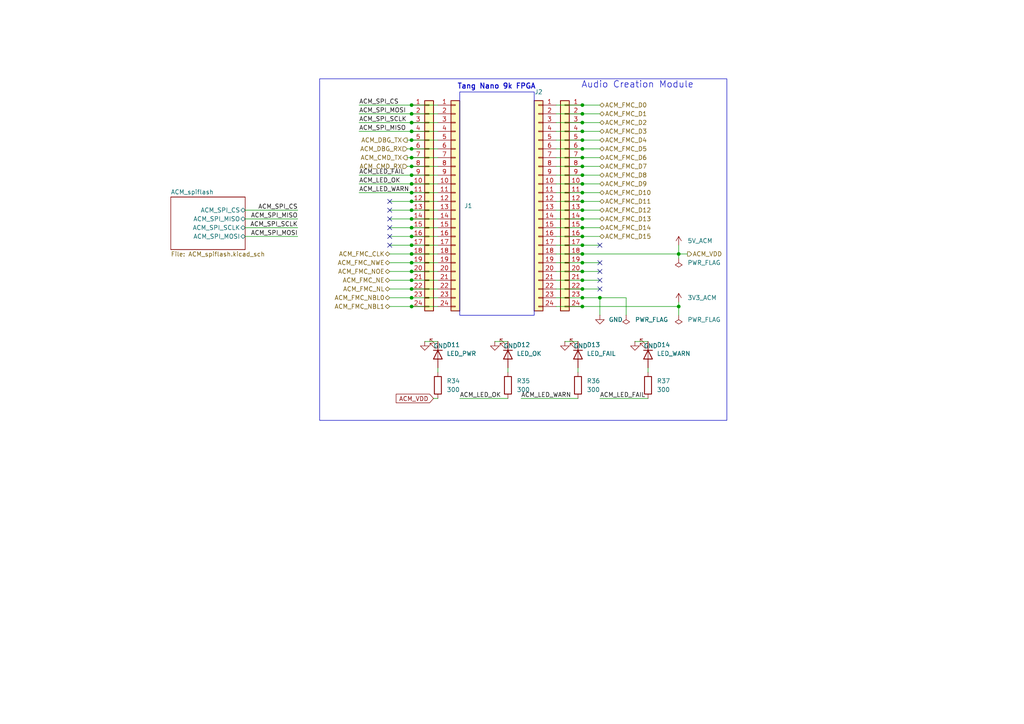
<source format=kicad_sch>
(kicad_sch (version 20250114) (generator "eeschema") (generator_version "9.0")
  (paper "A4")
  (title_block (date "2025-07-21") (rev "2"))
  (lib_symbols
    (symbol "Connector_Generic:Conn_01x24" (pin_names (offset 1.016) (hide yes))
      (property "Reference" "J" (at 0 30.48 0))
      (property "Value" "Conn_01x24" (at 0 -33.02 0))
      (symbol "Conn_01x24_1_1"
        (rectangle (start -1.27 29.21) (end 1.27 -31.75) (stroke (width 0.254)) (fill (type background)))
        (rectangle (start -1.27 28.067) (end 0 27.813) (stroke (width 0.1524)))
        (rectangle (start -1.27 25.527) (end 0 25.273) (stroke (width 0.1524)))
        (rectangle (start -1.27 22.987) (end 0 22.733) (stroke (width 0.1524)))
        (rectangle (start -1.27 20.447) (end 0 20.193) (stroke (width 0.1524)))
        (rectangle (start -1.27 17.907) (end 0 17.653) (stroke (width 0.1524)))
        (rectangle (start -1.27 15.367) (end 0 15.113) (stroke (width 0.1524)))
        (rectangle (start -1.27 12.827) (end 0 12.573) (stroke (width 0.1524)))
        (rectangle (start -1.27 10.287) (end 0 10.033) (stroke (width 0.1524)))
        (rectangle (start -1.27 7.747) (end 0 7.493) (stroke (width 0.1524)))
        (rectangle (start -1.27 5.207) (end 0 4.953) (stroke (width 0.1524)))
        (rectangle (start -1.27 2.667) (end 0 2.413) (stroke (width 0.1524)))
        (rectangle (start -1.27 0.127) (end 0 -0.127) (stroke (width 0.1524)))
        (rectangle (start -1.27 -2.413) (end 0 -2.667) (stroke (width 0.1524)))
        (rectangle (start -1.27 -4.953) (end 0 -5.207) (stroke (width 0.1524)))
        (rectangle (start -1.27 -7.493) (end 0 -7.747) (stroke (width 0.1524)))
        (rectangle (start -1.27 -10.033) (end 0 -10.287) (stroke (width 0.1524)))
        (rectangle (start -1.27 -12.573) (end 0 -12.827) (stroke (width 0.1524)))
        (rectangle (start -1.27 -15.113) (end 0 -15.367) (stroke (width 0.1524)))
        (rectangle (start -1.27 -17.653) (end 0 -17.907) (stroke (width 0.1524)))
        (rectangle (start -1.27 -20.193) (end 0 -20.447) (stroke (width 0.1524)))
        (rectangle (start -1.27 -22.733) (end 0 -22.987) (stroke (width 0.1524)))
        (rectangle (start -1.27 -25.273) (end 0 -25.527) (stroke (width 0.1524)))
        (rectangle (start -1.27 -27.813) (end 0 -28.067) (stroke (width 0.1524)))
        (rectangle (start -1.27 -30.353) (end 0 -30.607) (stroke (width 0.1524)))
        (pin passive line (at -5.08 27.94 0) (length 3.81) (name "Pin_1") (number "1"))
        (pin passive line (at -5.08 25.4 0) (length 3.81) (name "Pin_2") (number "2"))
        (pin passive line (at -5.08 22.86 0) (length 3.81) (name "Pin_3") (number "3"))
        (pin passive line (at -5.08 20.32 0) (length 3.81) (name "Pin_4") (number "4"))
        (pin passive line (at -5.08 17.78 0) (length 3.81) (name "Pin_5") (number "5"))
        (pin passive line (at -5.08 15.24 0) (length 3.81) (name "Pin_6") (number "6"))
        (pin passive line (at -5.08 12.7 0) (length 3.81) (name "Pin_7") (number "7"))
        (pin passive line (at -5.08 10.16 0) (length 3.81) (name "Pin_8") (number "8"))
        (pin passive line (at -5.08 7.62 0) (length 3.81) (name "Pin_9") (number "9"))
        (pin passive line (at -5.08 5.08 0) (length 3.81) (name "Pin_10") (number "10"))
        (pin passive line (at -5.08 2.54 0) (length 3.81) (name "Pin_11") (number "11"))
        (pin passive line (at -5.08 0 0) (length 3.81) (name "Pin_12") (number "12"))
        (pin passive line (at -5.08 -2.54 0) (length 3.81) (name "Pin_13") (number "13"))
        (pin passive line (at -5.08 -5.08 0) (length 3.81) (name "Pin_14") (number "14"))
        (pin passive line (at -5.08 -7.62 0) (length 3.81) (name "Pin_15") (number "15"))
        (pin passive line (at -5.08 -10.16 0) (length 3.81) (name "Pin_16") (number "16"))
        (pin passive line (at -5.08 -12.7 0) (length 3.81) (name "Pin_17") (number "17"))
        (pin passive line (at -5.08 -15.24 0) (length 3.81) (name "Pin_18") (number "18"))
        (pin passive line (at -5.08 -17.78 0) (length 3.81) (name "Pin_19") (number "19"))
        (pin passive line (at -5.08 -20.32 0) (length 3.81) (name "Pin_20") (number "20"))
        (pin passive line (at -5.08 -22.86 0) (length 3.81) (name "Pin_21") (number "21"))
        (pin passive line (at -5.08 -25.4 0) (length 3.81) (name "Pin_22") (number "22"))
        (pin passive line (at -5.08 -27.94 0) (length 3.81) (name "Pin_23") (number "23"))
        (pin passive line (at -5.08 -30.48 0) (length 3.81) (name "Pin_24") (number "24"))
      )
    )
    (symbol "Device:LED" (pin_numbers (hide yes)) (pin_names (offset 1.016) (hide yes))
      (property "Reference" "D" (at 0 2.54 0))
      (property "Value" "LED" (at 0 -2.54 0))
      (symbol "LED_0_1"
        (polyline (pts (xy -3.048 -0.762) (xy -4.572 -2.286) (xy -3.81 -2.286) (xy -4.572 -2.286) (xy -4.572 -1.524)))
        (polyline (pts (xy -1.778 -0.762) (xy -3.302 -2.286) (xy -2.54 -2.286) (xy -3.302 -2.286) (xy -3.302 -1.524)))
        (polyline (pts (xy -1.27 0) (xy 1.27 0)))
        (polyline (pts (xy -1.27 -1.27) (xy -1.27 1.27)) (stroke (width 0.254)))
        (polyline (pts (xy 1.27 -1.27) (xy 1.27 1.27) (xy -1.27 0) (xy 1.27 -1.27)) (stroke (width 0.254)))
      )
      (symbol "LED_1_1"
        (pin passive line (at -3.81 0 0) (length 2.54) (name "K") (number "1"))
        (pin passive line (at 3.81 0 180) (length 2.54) (name "A") (number "2"))
      )
    )
    (symbol "Device:R" (pin_numbers (hide yes)) (pin_names (offset 0))
      (property "Reference" "R" (at 2.032 0 90))
      (property "Value" "R" (at 0 0 90))
      (symbol "R_0_1"
        (rectangle (start -1.016 -2.54) (end 1.016 2.54) (stroke (width 0.254)))
      )
      (symbol "R_1_1"
        (pin passive line (at 0 3.81 270) (length 1.27) (name "~") (number "1"))
        (pin passive line (at 0 -3.81 90) (length 1.27) (name "~") (number "2"))
      )
    )
    (symbol "power:+3V3" (power) (pin_numbers (hide yes)) (pin_names (offset 0) (hide yes))
      (property "Value" "+3V3" (at 0 3.556 0))
      (symbol "+3V3_0_1"
        (polyline (pts (xy -0.762 1.27) (xy 0 2.54)))
        (polyline (pts (xy 0 2.54) (xy 0.762 1.27)))
        (polyline (pts (xy 0 0) (xy 0 2.54)))
      )
      (symbol "+3V3_1_1"
        (pin power_in line (at 0 0 90) (length 0) (name "~") (number "1"))
      )
    )
    (symbol "power:+5V" (power) (pin_numbers (hide yes)) (pin_names (offset 0) (hide yes))
      (property "Value" "+5V" (at 0 3.556 0))
      (symbol "+5V_0_1"
        (polyline (pts (xy -0.762 1.27) (xy 0 2.54)))
        (polyline (pts (xy 0 2.54) (xy 0.762 1.27)))
        (polyline (pts (xy 0 0) (xy 0 2.54)))
      )
      (symbol "+5V_1_1"
        (pin power_in line (at 0 0 90) (length 0) (name "~") (number "1"))
      )
    )
    (symbol "power:GND" (power) (pin_numbers (hide yes)) (pin_names (offset 0) (hide yes))
      (property "Value" "GND" (at 0 -3.81 0))
      (symbol "GND_0_1"
        (polyline (pts (xy 0 0) (xy 0 -1.27) (xy 1.27 -1.27) (xy 0 -2.54) (xy -1.27 -1.27) (xy 0 -1.27)))
      )
      (symbol "GND_1_1"
        (pin power_in line (at 0 0 270) (length 0) (name "~") (number "1"))
      )
    )
    (symbol "power:PWR_FLAG" (power) (pin_numbers (hide yes)) (pin_names (offset 0) (hide yes))
      (property "Value" "PWR_FLAG" (at 0 3.81 0))
      (symbol "PWR_FLAG_0_0"
        (pin power_out line (at 0 0 90) (length 0) (name "~") (number "1"))
      )
      (symbol "PWR_FLAG_0_1"
        (polyline (pts (xy 0 0) (xy 0 1.27) (xy -1.016 1.905) (xy 0 2.54) (xy 1.016 1.905) (xy 0 1.27)))
      )
    )
  )
  (rectangle (start 92.71 22.86) (end 210.82 121.92))
  (rectangle (start 133.35 26.67) (end 154.94 91.44))
  (text "Tang Nano 9k FPGA" (at 144.018 25.146 0) (effects (font (size 1.5 1.5) (thickness 0.254) (bold yes))))
  (text "Audio Creation Module" (at 184.912 24.638 0) (effects (font (size 1.905 1.905))))
  (junction (at 168.91 68.58))
  (junction (at 168.91 55.88))
  (junction (at 119.38 76.2))
  (junction (at 168.91 71.12))
  (junction (at 119.38 40.64))
  (junction (at 119.38 81.28))
  (junction (at 119.38 58.42))
  (junction (at 168.91 33.02))
  (junction (at 119.38 78.74))
  (junction (at 168.91 53.34))
  (junction (at 168.91 40.64))
  (junction (at 119.38 68.58))
  (junction (at 168.91 60.96))
  (junction (at 168.91 83.82))
  (junction (at 168.91 88.9))
  (junction (at 168.91 50.8))
  (junction (at 119.38 83.82))
  (junction (at 168.91 30.48))
  (junction (at 168.91 43.18))
  (junction (at 168.91 66.04))
  (junction (at 119.38 63.5))
  (junction (at 119.38 45.72))
  (junction (at 119.38 71.12))
  (junction (at 119.38 73.66))
  (junction (at 119.38 50.8))
  (junction (at 119.38 88.9))
  (junction (at 168.91 63.5))
  (junction (at 173.99 86.36))
  (junction (at 168.91 35.56))
  (junction (at 119.38 35.56))
  (junction (at 119.38 53.34))
  (junction (at 119.38 60.96))
  (junction (at 119.38 86.36))
  (junction (at 168.91 38.1))
  (junction (at 168.91 48.26))
  (junction (at 119.38 33.02))
  (junction (at 119.38 66.04))
  (junction (at 168.91 81.28))
  (junction (at 119.38 55.88))
  (junction (at 168.91 76.2))
  (junction (at 119.38 38.1))
  (junction (at 119.38 48.26))
  (junction (at 168.91 73.66))
  (junction (at 119.38 30.48))
  (junction (at 168.91 78.74))
  (junction (at 119.38 43.18))
  (junction (at 168.91 86.36))
  (junction (at 168.91 45.72))
  (junction (at 168.91 58.42))
  (junction (at 196.85 73.66))
  (junction (at 196.85 88.9))
  (no_connect (at 113.03 60.96))
  (no_connect (at 173.99 83.82))
  (no_connect (at 113.03 58.42))
  (no_connect (at 173.99 78.74))
  (no_connect (at 113.03 68.58))
  (no_connect (at 173.99 81.28))
  (no_connect (at 113.03 63.5))
  (no_connect (at 113.03 71.12))
  (no_connect (at 173.99 76.2))
  (no_connect (at 113.03 66.04))
  (no_connect (at 173.99 71.12))
  (wire (pts (xy 119.38 66.04) (xy 127 66.04)))
  (wire (pts (xy 104.14 30.48) (xy 119.38 30.48)))
  (wire (pts (xy 173.99 30.48) (xy 168.91 30.48)))
  (wire (pts (xy 173.99 45.72) (xy 168.91 45.72)))
  (wire (pts (xy 196.85 74.93) (xy 196.85 73.66)))
  (wire (pts (xy 104.14 55.88) (xy 119.38 55.88)))
  (wire (pts (xy 168.91 55.88) (xy 173.99 55.88)))
  (wire (pts (xy 161.29 48.26) (xy 168.91 48.26)))
  (wire (pts (xy 119.38 53.34) (xy 127 53.34)))
  (wire (pts (xy 161.29 58.42) (xy 168.91 58.42)))
  (wire (pts (xy 173.99 48.26) (xy 168.91 48.26)))
  (wire (pts (xy 86.36 63.5) (xy 71.12 63.5)))
  (wire (pts (xy 168.91 68.58) (xy 173.99 68.58)))
  (wire (pts (xy 113.03 83.82) (xy 119.38 83.82)))
  (wire (pts (xy 113.03 60.96) (xy 119.38 60.96)))
  (wire (pts (xy 119.38 78.74) (xy 127 78.74)))
  (wire (pts (xy 173.99 50.8) (xy 168.91 50.8)))
  (wire (pts (xy 143.51 99.06) (xy 147.32 99.06)))
  (wire (pts (xy 119.38 40.64) (xy 127 40.64)))
  (wire (pts (xy 86.36 68.58) (xy 71.12 68.58)))
  (wire (pts (xy 119.38 63.5) (xy 127 63.5)))
  (wire (pts (xy 113.03 71.12) (xy 119.38 71.12)))
  (wire (pts (xy 173.99 115.57) (xy 187.96 115.57)))
  (wire (pts (xy 113.03 86.36) (xy 119.38 86.36)))
  (wire (pts (xy 161.29 40.64) (xy 168.91 40.64)))
  (wire (pts (xy 119.38 48.26) (xy 127 48.26)))
  (wire (pts (xy 161.29 45.72) (xy 168.91 45.72)))
  (wire (pts (xy 86.36 66.04) (xy 71.12 66.04)))
  (wire (pts (xy 118.11 45.72) (xy 119.38 45.72)))
  (wire (pts (xy 118.11 40.64) (xy 119.38 40.64)))
  (wire (pts (xy 173.99 63.5) (xy 168.91 63.5)))
  (wire (pts (xy 119.38 43.18) (xy 127 43.18)))
  (wire (pts (xy 181.61 91.44) (xy 181.61 86.36)))
  (wire (pts (xy 119.38 76.2) (xy 127 76.2)))
  (wire (pts (xy 168.91 71.12) (xy 173.99 71.12)))
  (wire (pts (xy 119.38 60.96) (xy 127 60.96)))
  (wire (pts (xy 161.29 30.48) (xy 168.91 30.48)))
  (wire (pts (xy 119.38 35.56) (xy 127 35.56)))
  (wire (pts (xy 123.19 99.06) (xy 127 99.06)))
  (wire (pts (xy 161.29 38.1) (xy 168.91 38.1)))
  (wire (pts (xy 168.91 53.34) (xy 173.99 53.34)))
  (wire (pts (xy 127 106.68) (xy 127 107.95)))
  (wire (pts (xy 161.29 71.12) (xy 168.91 71.12)))
  (wire (pts (xy 119.38 38.1) (xy 127 38.1)))
  (wire (pts (xy 181.61 86.36) (xy 173.99 86.36)))
  (wire (pts (xy 104.14 35.56) (xy 119.38 35.56)))
  (wire (pts (xy 161.29 33.02) (xy 168.91 33.02)))
  (wire (pts (xy 167.64 106.68) (xy 167.64 107.95)))
  (wire (pts (xy 119.38 73.66) (xy 127 73.66)))
  (wire (pts (xy 113.03 81.28) (xy 119.38 81.28)))
  (wire (pts (xy 168.91 76.2) (xy 173.99 76.2)))
  (wire (pts (xy 104.14 38.1) (xy 119.38 38.1)))
  (wire (pts (xy 147.32 106.68) (xy 147.32 107.95)))
  (wire (pts (xy 168.91 43.18) (xy 173.99 43.18)))
  (wire (pts (xy 113.03 63.5) (xy 119.38 63.5)))
  (wire (pts (xy 173.99 33.02) (xy 168.91 33.02)))
  (wire (pts (xy 119.38 55.88) (xy 127 55.88)))
  (wire (pts (xy 119.38 88.9) (xy 127 88.9)))
  (wire (pts (xy 119.38 71.12) (xy 127 71.12)))
  (wire (pts (xy 151.13 115.57) (xy 167.64 115.57)))
  (wire (pts (xy 168.91 83.82) (xy 173.99 83.82)))
  (wire (pts (xy 161.29 78.74) (xy 168.91 78.74)))
  (wire (pts (xy 104.14 53.34) (xy 119.38 53.34)))
  (wire (pts (xy 118.11 43.18) (xy 119.38 43.18)))
  (wire (pts (xy 161.29 43.18) (xy 168.91 43.18)))
  (wire (pts (xy 161.29 83.82) (xy 168.91 83.82)))
  (wire (pts (xy 187.96 106.68) (xy 187.96 107.95)))
  (wire (pts (xy 161.29 66.04) (xy 168.91 66.04)))
  (wire (pts (xy 168.91 35.56) (xy 173.99 35.56)))
  (wire (pts (xy 119.38 68.58) (xy 127 68.58)))
  (wire (pts (xy 168.91 78.74) (xy 173.99 78.74)))
  (wire (pts (xy 161.29 53.34) (xy 168.91 53.34)))
  (wire (pts (xy 161.29 68.58) (xy 168.91 68.58)))
  (wire (pts (xy 113.03 73.66) (xy 119.38 73.66)))
  (wire (pts (xy 184.15 99.06) (xy 187.96 99.06)))
  (wire (pts (xy 104.14 33.02) (xy 119.38 33.02)))
  (wire (pts (xy 168.91 73.66) (xy 196.85 73.66)))
  (wire (pts (xy 125.73 115.57) (xy 127 115.57)))
  (wire (pts (xy 168.91 58.42) (xy 173.99 58.42)))
  (wire (pts (xy 133.35 115.57) (xy 147.32 115.57)))
  (wire (pts (xy 113.03 66.04) (xy 119.38 66.04)))
  (wire (pts (xy 119.38 83.82) (xy 127 83.82)))
  (wire (pts (xy 119.38 33.02) (xy 127 33.02)))
  (wire (pts (xy 168.91 60.96) (xy 173.99 60.96)))
  (wire (pts (xy 161.29 63.5) (xy 168.91 63.5)))
  (wire (pts (xy 173.99 66.04) (xy 168.91 66.04)))
  (wire (pts (xy 113.03 78.74) (xy 119.38 78.74)))
  (wire (pts (xy 113.03 76.2) (xy 119.38 76.2)))
  (wire (pts (xy 161.29 55.88) (xy 168.91 55.88)))
  (wire (pts (xy 104.14 50.8) (xy 119.38 50.8)))
  (wire (pts (xy 168.91 81.28) (xy 173.99 81.28)))
  (wire (pts (xy 119.38 81.28) (xy 127 81.28)))
  (wire (pts (xy 168.91 88.9) (xy 196.85 88.9)))
  (wire (pts (xy 173.99 86.36) (xy 173.99 91.44)))
  (wire (pts (xy 86.36 60.96) (xy 71.12 60.96)))
  (wire (pts (xy 161.29 73.66) (xy 168.91 73.66)))
  (wire (pts (xy 168.91 86.36) (xy 173.99 86.36)))
  (wire (pts (xy 161.29 50.8) (xy 168.91 50.8)))
  (wire (pts (xy 161.29 60.96) (xy 168.91 60.96)))
  (wire (pts (xy 119.38 30.48) (xy 127 30.48)))
  (wire (pts (xy 196.85 73.66) (xy 199.39 73.66)))
  (wire (pts (xy 196.85 88.9) (xy 196.85 87.63)))
  (wire (pts (xy 118.11 48.26) (xy 119.38 48.26)))
  (wire (pts (xy 161.29 35.56) (xy 168.91 35.56)))
  (wire (pts (xy 196.85 71.12) (xy 196.85 73.66)))
  (wire (pts (xy 161.29 86.36) (xy 168.91 86.36)))
  (wire (pts (xy 161.29 81.28) (xy 168.91 81.28)))
  (wire (pts (xy 119.38 86.36) (xy 127 86.36)))
  (wire (pts (xy 113.03 88.9) (xy 119.38 88.9)))
  (wire (pts (xy 119.38 58.42) (xy 127 58.42)))
  (wire (pts (xy 161.29 76.2) (xy 168.91 76.2)))
  (wire (pts (xy 119.38 45.72) (xy 127 45.72)))
  (wire (pts (xy 161.29 88.9) (xy 168.91 88.9)))
  (wire (pts (xy 119.38 50.8) (xy 127 50.8)))
  (wire (pts (xy 168.91 38.1) (xy 173.99 38.1)))
  (wire (pts (xy 113.03 68.58) (xy 119.38 68.58)))
  (wire (pts (xy 168.91 40.64) (xy 173.99 40.64)))
  (wire (pts (xy 196.85 88.9) (xy 196.85 91.44)))
  (wire (pts (xy 163.83 99.06) (xy 167.64 99.06)))
  (wire (pts (xy 113.03 58.42) (xy 119.38 58.42)))
  (label "ACM_LED_OK" (at 133.35 115.57 0))
  (label "ACM_SPI_SCLK" (at 86.36 66.04 180))
  (label "ACM_LED_OK" (at 104.14 53.34 0))
  (label "ACM_LED_FAIL" (at 104.14 50.8 0))
  (label "ACM_SPI_MISO" (at 104.14 38.1 0))
  (label "ACM_SPI_MOSI" (at 86.36 68.58 180))
  (label "ACM_SPI_MOSI" (at 104.14 33.02 0))
  (label "ACM_SPI_CS" (at 86.36 60.96 180))
  (label "ACM_SPI_CS" (at 104.14 30.48 0))
  (label "ACM_LED_WARN" (at 104.14 55.88 0))
  (label "ACM_SPI_SCLK" (at 104.14 35.56 0))
  (label "ACM_LED_WARN" (at 151.13 115.57 0))
  (label "ACM_SPI_MISO" (at 86.36 63.5 180))
  (label "ACM_LED_FAIL" (at 173.99 115.57 0))
  (global_label "ACM_VDD" (shape input) (at 125.73 115.57 180) (property "Intersheetrefs" "${INTERSHEET_REFS}" (effects (hide yes))))
  (hierarchical_label "ACM_FMC_D2" (shape bidirectional) (at 173.99 35.56 0))
  (hierarchical_label "ACM_FMC_D6" (shape bidirectional) (at 173.99 45.72 0))
  (hierarchical_label "ACM_FMC_D1" (shape bidirectional) (at 173.99 33.02 0))
  (hierarchical_label "ACM_CMD_TX" (shape output) (at 118.11 45.72 180))
  (hierarchical_label "ACM_FMC_NBL1" (shape bidirectional) (at 113.03 88.9 180))
  (hierarchical_label "ACM_CMD_RX" (shape input) (at 118.11 48.26 180))
  (hierarchical_label "ACM_FMC_D0" (shape bidirectional) (at 173.99 30.48 0))
  (hierarchical_label "ACM_DBG_TX" (shape output) (at 118.11 40.64 180))
  (hierarchical_label "ACM_FMC_D14" (shape bidirectional) (at 173.99 66.04 0))
  (hierarchical_label "ACM_DBG_RX" (shape input) (at 118.11 43.18 180))
  (hierarchical_label "ACM_FMC_D9" (shape bidirectional) (at 173.99 53.34 0))
  (hierarchical_label "ACM_FMC_NOE" (shape bidirectional) (at 113.03 78.74 180))
  (hierarchical_label "ACM_FMC_D11" (shape bidirectional) (at 173.99 58.42 0))
  (hierarchical_label "ACM_VDD" (shape output) (at 199.39 73.66 0))
  (hierarchical_label "ACM_FMC_NWE" (shape bidirectional) (at 113.03 76.2 180))
  (hierarchical_label "ACM_FMC_NL" (shape bidirectional) (at 113.03 83.82 180))
  (hierarchical_label "ACM_FMC_D8" (shape bidirectional) (at 173.99 50.8 0))
  (hierarchical_label "ACM_FMC_NBL0" (shape bidirectional) (at 113.03 86.36 180))
  (hierarchical_label "ACM_FMC_D13" (shape bidirectional) (at 173.99 63.5 0))
  (hierarchical_label "ACM_FMC_D10" (shape bidirectional) (at 173.99 55.88 0))
  (hierarchical_label "ACM_FMC_D15" (shape bidirectional) (at 173.99 68.58 0))
  (hierarchical_label "ACM_FMC_D5" (shape bidirectional) (at 173.99 43.18 0))
  (hierarchical_label "ACM_FMC_NE" (shape bidirectional) (at 113.03 81.28 180))
  (hierarchical_label "ACM_FMC_D4" (shape bidirectional) (at 173.99 40.64 0))
  (hierarchical_label "ACM_FMC_CLK" (shape bidirectional) (at 113.03 73.66 180))
  (hierarchical_label "ACM_FMC_D12" (shape bidirectional) (at 173.99 60.96 0))
  (hierarchical_label "ACM_FMC_D7" (shape bidirectional) (at 173.99 48.26 0))
  (hierarchical_label "ACM_FMC_D3" (shape bidirectional) (at 173.99 38.1 0))
  (symbol (lib_id "power:GND") (at 143.51 99.06 0) (unit 1)
    (property "Reference" "#PWR089" (effects (hide yes)))
    (property "Value" "GND" (at 146.05 100.3299 0) (effects (justify left)))
    (property "Description" "Power symbol creates a global label with name \"GND\" , ground" (effects (hide yes)))
  )
  (symbol (lib_id "power:GND") (at 173.99 91.44 0) (unit 1)
    (property "Reference" "#PWR04" (effects (hide yes)))
    (property "Value" "GND" (at 176.53 92.7099 0) (effects (justify left)))
    (property "Description" "Power symbol creates a global label with name \"GND\" , ground" (effects (hide yes)))
  )
  (symbol (lib_id "power:PWR_FLAG") (at 196.85 91.44 180) (unit 1)
    (property "Reference" "#FLG02" (effects (hide yes)))
    (property "Value" "PWR_FLAG" (at 199.39 92.7099 0) (effects (justify right)))
    (property "Description" "Special symbol for telling ERC where power comes from" (effects (hide yes)))
  )
  (symbol (lib_id "power:GND") (at 184.15 99.06 0) (unit 1)
    (property "Reference" "#PWR091" (effects (hide yes)))
    (property "Value" "GND" (at 186.69 100.3299 0) (effects (justify left)))
    (property "Description" "Power symbol creates a global label with name \"GND\" , ground" (effects (hide yes)))
  )
  (symbol (lib_id "power:GND") (at 123.19 99.06 0) (unit 1)
    (property "Reference" "#PWR088" (effects (hide yes)))
    (property "Value" "GND" (at 125.73 100.3299 0) (effects (justify left)))
    (property "Description" "Power symbol creates a global label with name \"GND\" , ground" (effects (hide yes)))
  )
  (symbol (lib_id "Device:LED") (at 147.32 102.87 270) (unit 1)
    (property "Reference" "D12" (at 149.86 100.0124 90) (effects (justify left)))
    (property "Value" "LED_OK" (at 149.86 102.5524 90) (effects (justify left)))
    (property "Footprint" "LED_SMD:LED_0603_1608Metric" (effects (hide yes)))
    (property "Description" "Light emitting diode" (effects (hide yes)))
    (property "Sim.Pins" "1=K 2=A" (effects (hide yes)))
  )
  (symbol (lib_id "Device:LED") (at 167.64 102.87 270) (unit 1)
    (property "Reference" "D13" (at 170.18 100.0124 90) (effects (justify left)))
    (property "Value" "LED_FAIL" (at 170.18 102.5524 90) (effects (justify left)))
    (property "Footprint" "LED_SMD:LED_0603_1608Metric" (effects (hide yes)))
    (property "Description" "Light emitting diode" (effects (hide yes)))
    (property "Sim.Pins" "1=K 2=A" (effects (hide yes)))
  )
  (symbol (lib_id "Device:R") (at 127 111.76 0) (unit 1)
    (property "Reference" "R34" (at 129.54 110.4899 0) (effects (justify left)))
    (property "Value" "300" (at 129.54 113.0299 0) (effects (justify left)))
    (property "Footprint" "Resistor_SMD:R_0805_2012Metric_Pad1.20x1.40mm_HandSolder" (effects (hide yes)))
    (property "Description" "Resistor" (effects (hide yes)))
    (property "DigiKey_Part_Number" "311-10.0KCRCT-ND" (effects (hide yes)))
    (property "Price" "0.0129" (effects (hide yes)))
  )
  (symbol (lib_id "Device:R") (at 167.64 111.76 0) (unit 1)
    (property "Reference" "R36" (at 170.18 110.4899 0) (effects (justify left)))
    (property "Value" "300" (at 170.18 113.0299 0) (effects (justify left)))
    (property "Footprint" "Resistor_SMD:R_0805_2012Metric_Pad1.20x1.40mm_HandSolder" (effects (hide yes)))
    (property "Description" "Resistor" (effects (hide yes)))
    (property "DigiKey_Part_Number" "311-10.0KCRCT-ND" (effects (hide yes)))
    (property "Price" "0.0129" (effects (hide yes)))
  )
  (symbol (lib_id "Device:R") (at 187.96 111.76 0) (unit 1)
    (property "Reference" "R37" (at 190.5 110.4899 0) (effects (justify left)))
    (property "Value" "300" (at 190.5 113.0299 0) (effects (justify left)))
    (property "Footprint" "Resistor_SMD:R_0805_2012Metric_Pad1.20x1.40mm_HandSolder" (effects (hide yes)))
    (property "Description" "Resistor" (effects (hide yes)))
    (property "DigiKey_Part_Number" "311-10.0KCRCT-ND" (effects (hide yes)))
    (property "Price" "0.0129" (effects (hide yes)))
  )
  (symbol (lib_id "Device:R") (at 147.32 111.76 0) (unit 1)
    (property "Reference" "R35" (at 149.86 110.4899 0) (effects (justify left)))
    (property "Value" "300" (at 149.86 113.0299 0) (effects (justify left)))
    (property "Footprint" "Resistor_SMD:R_0805_2012Metric_Pad1.20x1.40mm_HandSolder" (effects (hide yes)))
    (property "Description" "Resistor" (effects (hide yes)))
    (property "DigiKey_Part_Number" "311-10.0KCRCT-ND" (effects (hide yes)))
    (property "Price" "0.0129" (effects (hide yes)))
  )
  (symbol (lib_id "Connector_Generic:Conn_01x24") (at 163.83 58.42 0) (mirror y) (unit 1)
    (property "Reference" "J9" (effects (hide yes)))
    (property "Value" "FPGA I/O" (effects (hide yes)))
    (property "Footprint" "Connector_PinSocket_2.54mm:PinSocket_1x24_P2.54mm_Vertical" (effects (hide yes)))
    (property "Description" "Generic connector, single row, 01x24, script generated (kicad-library-utils/schlib/autogen/connector/)" (effects (hide yes)))
    (property "DigiKey_Part_Number" "S7057-ND" (effects (hide yes)))
    (property "Price" "1.142" (effects (hide yes)))
  )
  (symbol (lib_id "power:PWR_FLAG") (at 181.61 91.44 180) (unit 1)
    (property "Reference" "#FLG03" (effects (hide yes)))
    (property "Value" "PWR_FLAG" (at 184.15 92.7099 0) (effects (justify right)))
    (property "Description" "Special symbol for telling ERC where power comes from" (effects (hide yes)))
  )
  (symbol (lib_id "power:GND") (at 163.83 99.06 0) (unit 1)
    (property "Reference" "#PWR090" (effects (hide yes)))
    (property "Value" "GND" (at 166.37 100.3299 0) (effects (justify left)))
    (property "Description" "Power symbol creates a global label with name \"GND\" , ground" (effects (hide yes)))
  )
  (symbol (lib_id "Device:LED") (at 127 102.87 270) (unit 1)
    (property "Reference" "D11" (at 129.54 100.0124 90) (effects (justify left)))
    (property "Value" "LED_PWR" (at 129.54 102.5524 90) (effects (justify left)))
    (property "Footprint" "LED_SMD:LED_0603_1608Metric" (effects (hide yes)))
    (property "Description" "Light emitting diode" (effects (hide yes)))
    (property "Sim.Pins" "1=K 2=A" (effects (hide yes)))
  )
  (symbol (lib_id "Connector_Generic:Conn_01x24") (at 132.08 58.42 0) (unit 1)
    (property "Reference" "J1" (at 134.62 59.6899 0) (effects (justify left)))
    (property "Value" "FPGA I/O" (effects (hide yes)))
    (property "Footprint" "Connector_PinSocket_2.54mm:PinSocket_1x24_P2.54mm_Vertical" (effects (hide yes)))
    (property "Description" "Generic connector, single row, 01x24, script generated (kicad-library-utils/schlib/autogen/connector/)" (effects (hide yes)))
    (property "DigiKey_Part_Number" "S7057-ND" (effects (hide yes)))
    (property "Price" "1.142" (effects (hide yes)))
  )
  (symbol (lib_id "Connector_Generic:Conn_01x24") (at 124.46 58.42 0) (unit 1)
    (property "Reference" "J8" (effects (hide yes)))
    (property "Value" "FPGA I/O" (effects (hide yes)))
    (property "Footprint" "Connector_PinSocket_2.54mm:PinSocket_1x24_P2.54mm_Vertical" (effects (hide yes)))
    (property "Description" "Generic connector, single row, 01x24, script generated (kicad-library-utils/schlib/autogen/connector/)" (effects (hide yes)))
    (property "DigiKey_Part_Number" "S7057-ND" (effects (hide yes)))
    (property "Price" "1.142" (effects (hide yes)))
  )
  (symbol (lib_id "power:PWR_FLAG") (at 196.85 74.93 180) (unit 1)
    (property "Reference" "#FLG01" (effects (hide yes)))
    (property "Value" "PWR_FLAG" (at 199.39 76.1999 0) (effects (justify right)))
    (property "Description" "Special symbol for telling ERC where power comes from" (effects (hide yes)))
  )
  (symbol (lib_id "power:+5V") (at 196.85 71.12 0) (unit 1)
    (property "Reference" "#PWR024" (effects (hide yes)))
    (property "Value" "5V_ACM" (at 199.39 69.8499 0) (effects (justify left)))
    (property "Description" "Power symbol creates a global label with name \"+5V\"" (effects (hide yes)))
  )
  (symbol (lib_id "Connector_Generic:Conn_01x24") (at 156.21 58.42 0) (mirror y) (unit 1)
    (property "Reference" "J2" (at 156.21 26.67 0))
    (property "Value" "FPGA I/O" (effects (hide yes)))
    (property "Footprint" "Connector_PinSocket_2.54mm:PinSocket_1x24_P2.54mm_Vertical" (effects (hide yes)))
    (property "Description" "Generic connector, single row, 01x24, script generated (kicad-library-utils/schlib/autogen/connector/)" (effects (hide yes)))
    (property "DigiKey_Part_Number" "S7057-ND" (effects (hide yes)))
    (property "Price" "1.142" (effects (hide yes)))
  )
  (symbol (lib_id "power:+3V3") (at 196.85 87.63 0) (unit 1)
    (property "Reference" "#PWR02" (effects (hide yes)))
    (property "Value" "3V3_ACM" (at 199.39 86.3599 0) (effects (justify left)))
    (property "Description" "Power symbol creates a global label with name \"+3V3\"" (effects (hide yes)))
  )
  (symbol (lib_id "Device:LED") (at 187.96 102.87 270) (unit 1)
    (property "Reference" "D14" (at 190.5 100.0124 90) (effects (justify left)))
    (property "Value" "LED_WARN" (at 190.5 102.5524 90) (effects (justify left)))
    (property "Footprint" "LED_SMD:LED_0603_1608Metric" (effects (hide yes)))
    (property "Description" "Light emitting diode" (effects (hide yes)))
    (property "Sim.Pins" "1=K 2=A" (effects (hide yes)))
  )
  (sheet (at 49.53 57.15) (size 21.59 15.24) (stroke (width 0.1524))
    (property "Sheetname" "ACM_spiflash" (at 49.53 56.4384 0) (effects (justify left bottom)))
    (property "Sheetfile" "ACM_spiflash.kicad_sch" (at 49.53 72.9746 0) (effects (justify left top)))
    (pin "ACM_SPI_CS" bidirectional (at 71.12 60.96 0))
    (pin "ACM_SPI_MISO" bidirectional (at 71.12 63.5 0))
    (pin "ACM_SPI_SCLK" bidirectional (at 71.12 66.04 0))
    (pin "ACM_SPI_MOSI" bidirectional (at 71.12 68.58 0))
  )
)
</source>
